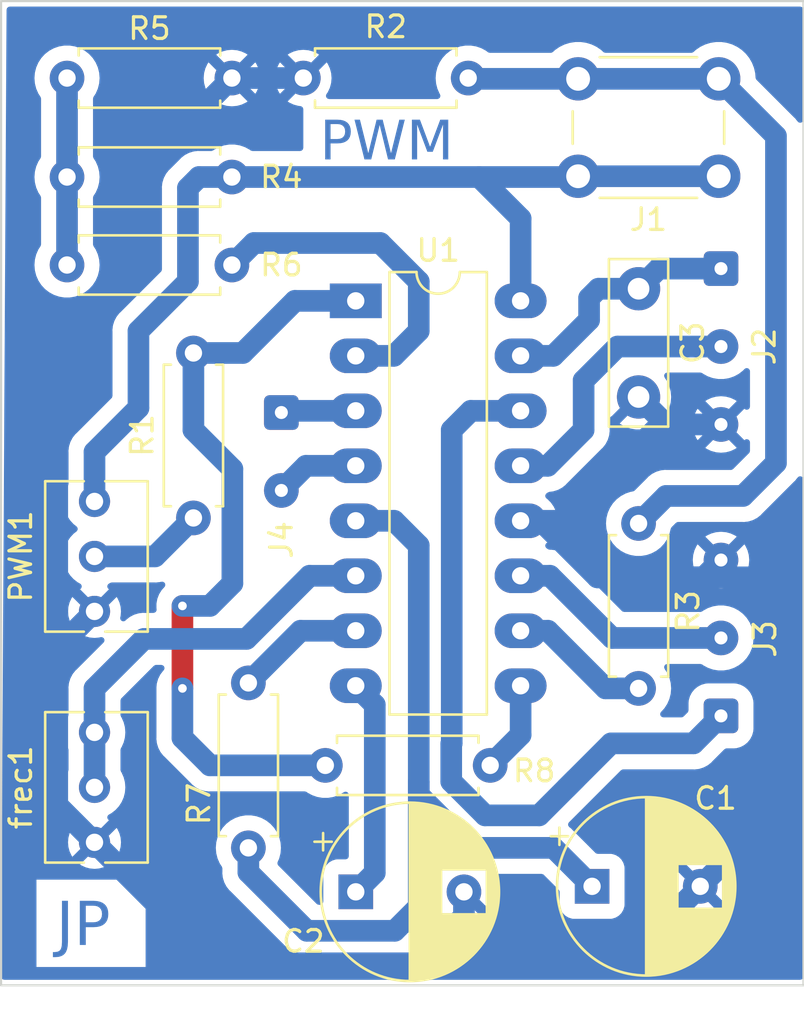
<source format=kicad_pcb>
(kicad_pcb (version 20221018) (generator pcbnew)
  (layers (0 "F.Cu" signal) (31 "B.Cu" signal) (34 "B.Paste" user) (35 "F.Paste" user) (36 "B.SilkS" user "B.Silkscreen") (37 "F.SilkS" user "F.Silkscreen") (38 "B.Mask" user) (39 "F.Mask" user) (44 "Edge.Cuts" user))
  (net 0 "")
  (net 1 "Net-(U1-CT)")
  (net 2 "GND")
  (net 3 "Net-(U1-SS)")
  (net 4 "Net-(U1-RT)")
  (net 5 "Vref")
  (net 6 "Net-(J1-Pin_2)")
  (net 7 "+12V")
  (net 8 "Vc")
  (net 9 "OutA")
  (net 10 "OutB")
  (net 11 "Sync")
  (net 12 "Osc")
  (net 13 "Net-(PWM1-Pad2)")
  (net 14 "Net-(U1-INV)")
  (net 15 "Net-(U1-SD)")
  (net 16 "Net-(R4-Pad1)")
  (net 17 "Net-(U1-NI)")
  (net 18 "Net-(U1-DISCH)")
  (net 19 "Net-(U1-COMP)")
  (footprint "Resistor_THT:R_Axial_DIN0207_L6.3mm_D2.5mm_P7.62mm_Horizontal" (layer "F.Cu") (at 154.686 102.108)
    (fp_text reference "R8" (at 9.652 0.254) (layer "F.SilkS"))
    (fp_text value "1k")
    (pad "1" thru_hole circle (at 0 0) (size 1.6 1.6) (drill 0.8) (layers "*.Cu" "*.Mask") (net 14 "Net-(U1-INV)"))
    (pad "2" thru_hole oval (at 7.62 0) (size 1.6 1.6) (drill 0.8) (layers "*.Cu" "*.Mask") (net 19 "Net-(U1-COMP)"))
  )
  (footprint "Resistor_THT:R_Axial_DIN0207_L6.3mm_D2.5mm_P7.62mm_Horizontal" (layer "F.Cu") (at 151.13 98.298 -90)
    (fp_text reference "R7" (at 5.588 2.286 90) (layer "F.SilkS"))
    (fp_text value "330")
    (pad "1" thru_hole circle (at 0 0 270) (size 1.6 1.6) (drill 0.8) (layers "*.Cu" "*.Mask") (net 18 "Net-(U1-DISCH)"))
    (pad "2" thru_hole oval (at 7.62 0 270) (size 1.6 1.6) (drill 0.8) (layers "*.Cu" "*.Mask") (net 1 "Net-(U1-CT)"))
  )
  (footprint "Capacitor_THT:CP_Radial_D8.0mm_P5.00mm" (layer "F.Cu") (at 167.015349 107.696)
    (fp_text reference "C1" (at 5.704651 -4.064) (layer "F.SilkS"))
    (fp_text value "1nF")
    (pad "1" thru_hole rect (at 0 0) (size 1.6 1.6) (drill 0.8) (layers "*.Cu" "*.Mask") (net 1 "Net-(U1-CT)"))
    (pad "2" thru_hole circle (at 5 0) (size 1.6 1.6) (drill 0.8) (layers "*.Cu" "*.Mask") (net 2 "GND"))
  )
  (footprint "Resistor_THT:R_Axial_DIN0207_L6.3mm_D2.5mm_P7.62mm_Horizontal" (layer "F.Cu") (at 169.164 90.932 -90)
    (fp_text reference "R3" (at 4.064 -2.286 90) (layer "F.SilkS"))
    (fp_text value "5k")
    (pad "1" thru_hole circle (at 0 0 270) (size 1.6 1.6) (drill 0.8) (layers "*.Cu" "*.Mask") (net 6 "Net-(J1-Pin_2)"))
    (pad "2" thru_hole oval (at 7.62 0 270) (size 1.6 1.6) (drill 0.8) (layers "*.Cu" "*.Mask") (net 15 "Net-(U1-SD)"))
  )
  (footprint "Connector_Wire:SolderWire-0.1sqmm_1x03_P3.6mm_D0.4mm_OD1mm" (layer "F.Cu") (at 172.974 99.822 90)
    (fp_text reference "J3" (at 3.556 2.032 90) (layer "F.SilkS"))
    (fp_text value "Conn_01x03")
    (pad "1" thru_hole roundrect (at 0 0 90) (size 1.6 1.6) (drill 0.6) (layers "*.Cu" "*.Mask") (roundrect_rratio 0.15625) (net 10 "OutB"))
    (pad "2" thru_hole circle (at 3.6 0 90) (size 1.6 1.6) (drill 0.6) (layers "*.Cu" "*.Mask") (net 9 "OutA"))
    (pad "3" thru_hole circle (at 7.2 0 90) (size 1.6 1.6) (drill 0.6) (layers "*.Cu" "*.Mask") (net 2 "GND"))
  )
  (footprint "Resistor_THT:R_Axial_DIN0207_L6.3mm_D2.5mm_P7.62mm_Horizontal" (layer "F.Cu") (at 148.59 90.678 90)
    (fp_text reference "R1" (at 3.81 -2.37 90) (layer "F.SilkS"))
    (fp_text value "1k")
    (pad "1" thru_hole circle (at 0 0 90) (size 1.6 1.6) (drill 0.8) (layers "*.Cu" "*.Mask") (net 13 "Net-(PWM1-Pad2)"))
    (pad "2" thru_hole oval (at 7.62 0 90) (size 1.6 1.6) (drill 0.8) (layers "*.Cu" "*.Mask") (net 14 "Net-(U1-INV)"))
  )
  (footprint "Capacitor_THT:CP_Radial_D8.0mm_P5.00mm" (layer "F.Cu") (at 156.093349 107.95)
    (fp_text reference "C2" (at -2.423349 2.286) (layer "F.SilkS"))
    (fp_text value "10uF")
    (pad "1" thru_hole rect (at 0 0) (size 1.6 1.6) (drill 0.8) (layers "*.Cu" "*.Mask") (net 3 "Net-(U1-SS)"))
    (pad "2" thru_hole circle (at 5 0) (size 1.6 1.6) (drill 0.8) (layers "*.Cu" "*.Mask") (net 2 "GND"))
  )
  (footprint "Connector_Wire:SolderWire-0.1sqmm_1x03_P3.6mm_D0.4mm_OD1mm" (layer "F.Cu") (at 172.974 79.16 -90)
    (fp_text reference "J2" (at 3.6 -2 90) (layer "F.SilkS"))
    (fp_text value "Conn_01x03")
    (pad "1" thru_hole roundrect (at 0 0 270) (size 1.6 1.6) (drill 0.6) (layers "*.Cu" "*.Mask") (roundrect_rratio 0.15625) (net 7 "+12V"))
    (pad "2" thru_hole circle (at 3.6 0 270) (size 1.6 1.6) (drill 0.6) (layers "*.Cu" "*.Mask") (net 8 "Vc"))
    (pad "3" thru_hole circle (at 7.2 0 270) (size 1.6 1.6) (drill 0.6) (layers "*.Cu" "*.Mask") (net 2 "GND"))
  )
  (footprint "Capacitor_THT:C_Disc_D7.5mm_W2.5mm_P5.00mm" (layer "F.Cu") (at 169.164 80.09 -90)
    (fp_text reference "C3" (at 2.5 -2.5 90) (layer "F.SilkS"))
    (fp_text value "0.1uF")
    (pad "1" thru_hole circle (at 0 0 270) (size 2 2) (drill 1) (layers "*.Cu" "*.Mask") (net 7 "+12V"))
    (pad "2" thru_hole circle (at 5 0 270) (size 2 2) (drill 1) (layers "*.Cu" "*.Mask") (net 2 "GND"))
  )
  (footprint "Resistor_THT:R_Axial_DIN0207_L6.3mm_D2.5mm_P7.62mm_Horizontal" (layer "F.Cu") (at 153.67 70.358)
    (fp_text reference "R2" (at 3.81 -2.37) (layer "F.SilkS"))
    (fp_text value "5k")
    (pad "1" thru_hole circle (at 0 0) (size 1.6 1.6) (drill 0.8) (layers "*.Cu" "*.Mask") (net 2 "GND"))
    (pad "2" thru_hole oval (at 7.62 0) (size 1.6 1.6) (drill 0.8) (layers "*.Cu" "*.Mask") (net 6 "Net-(J1-Pin_2)"))
  )
  (footprint "Resistor_THT:R_Axial_DIN0207_L6.3mm_D2.5mm_P7.62mm_Horizontal" (layer "F.Cu") (at 142.748 78.994)
    (fp_text reference "R6" (at 9.906 0) (layer "F.SilkS"))
    (fp_text value "1k")
    (pad "1" thru_hole circle (at 0 0) (size 1.6 1.6) (drill 0.8) (layers "*.Cu" "*.Mask") (net 16 "Net-(R4-Pad1)"))
    (pad "2" thru_hole oval (at 7.62 0) (size 1.6 1.6) (drill 0.8) (layers "*.Cu" "*.Mask") (net 17 "Net-(U1-NI)"))
  )
  (footprint "Potentiometer_THT:Potentiometer_Bourns_3266Y_Vertical" (layer "F.Cu") (at 144.018 89.916 90)
    (fp_text reference "PWM1" (at -2.54 -3.41 90) (layer "F.SilkS"))
    (fp_text value "10k")
    (pad "1" thru_hole circle (at 0 0 90) (size 1.44 1.44) (drill 0.8) (layers "*.Cu" "*.Mask") (net 5 "Vref"))
    (pad "2" thru_hole circle (at -2.54 0 90) (size 1.44 1.44) (drill 0.8) (layers "*.Cu" "*.Mask") (net 13 "Net-(PWM1-Pad2)"))
    (pad "3" thru_hole circle (at -5.08 0 90) (size 1.44 1.44) (drill 0.8) (layers "*.Cu" "*.Mask") (net 2 "GND"))
  )
  (footprint "Package_DIP:DIP-16_W7.62mm_LongPads" (layer "F.Cu") (at 156.092 80.65)
    (fp_text reference "U1" (at 3.81 -2.33) (layer "F.SilkS"))
    (fp_text value "UC3525")
    (pad "1" thru_hole rect (at 0 0) (size 2.4 1.6) (drill 0.8) (layers "*.Cu" "*.Mask") (net 14 "Net-(U1-INV)"))
    (pad "2" thru_hole oval (at 0 2.54) (size 2.4 1.6) (drill 0.8) (layers "*.Cu" "*.Mask") (net 17 "Net-(U1-NI)"))
    (pad "3" thru_hole oval (at 0 5.08) (size 2.4 1.6) (drill 0.8) (layers "*.Cu" "*.Mask") (net 11 "Sync"))
    (pad "4" thru_hole oval (at 0 7.62) (size 2.4 1.6) (drill 0.8) (layers "*.Cu" "*.Mask") (net 12 "Osc"))
    (pad "5" thru_hole oval (at 0 10.16) (size 2.4 1.6) (drill 0.8) (layers "*.Cu" "*.Mask") (net 1 "Net-(U1-CT)"))
    (pad "6" thru_hole oval (at 0 12.7) (size 2.4 1.6) (drill 0.8) (layers "*.Cu" "*.Mask") (net 4 "Net-(U1-RT)"))
    (pad "7" thru_hole oval (at 0 15.24) (size 2.4 1.6) (drill 0.8) (layers "*.Cu" "*.Mask") (net 18 "Net-(U1-DISCH)"))
    (pad "8" thru_hole oval (at 0 17.78) (size 2.4 1.6) (drill 0.8) (layers "*.Cu" "*.Mask") (net 3 "Net-(U1-SS)"))
    (pad "9" thru_hole oval (at 7.62 17.78) (size 2.4 1.6) (drill 0.8) (layers "*.Cu" "*.Mask") (net 19 "Net-(U1-COMP)"))
    (pad "10" thru_hole oval (at 7.62 15.24) (size 2.4 1.6) (drill 0.8) (layers "*.Cu" "*.Mask") (net 15 "Net-(U1-SD)"))
    (pad "11" thru_hole oval (at 7.62 12.7) (size 2.4 1.6) (drill 0.8) (layers "*.Cu" "*.Mask") (net 9 "OutA"))
    (pad "12" thru_hole oval (at 7.62 10.16) (size 2.4 1.6) (drill 0.8) (layers "*.Cu" "*.Mask") (net 2 "GND"))
    (pad "13" thru_hole oval (at 7.62 7.62) (size 2.4 1.6) (drill 0.8) (layers "*.Cu" "*.Mask") (net 8 "Vc"))
    (pad "14" thru_hole oval (at 7.62 5.08) (size 2.4 1.6) (drill 0.8) (layers "*.Cu" "*.Mask") (net 10 "OutB"))
    (pad "15" thru_hole oval (at 7.62 2.54) (size 2.4 1.6) (drill 0.8) (layers "*.Cu" "*.Mask") (net 7 "+12V"))
    (pad "16" thru_hole oval (at 7.62 0) (size 2.4 1.6) (drill 0.8) (layers "*.Cu" "*.Mask") (net 5 "Vref"))
  )
  (footprint "Button_Switch_THT:SW_PUSH_6mm_H9.5mm" (layer "F.Cu") (at 172.87 74.894 180)
    (fp_text reference "J1" (at 3.25 -2) (layer "F.SilkS"))
    (fp_text value "shutdown")
    (pad "1" thru_hole circle (at 0 0 270) (size 2 2) (drill 1.1) (layers "*.Cu" "*.Mask") (net 5 "Vref"))
    (pad "1" thru_hole circle (at 6.5 0 270) (size 2 2) (drill 1.1) (layers "*.Cu" "*.Mask") (net 5 "Vref"))
    (pad "2" thru_hole circle (at 0 4.5 270) (size 2 2) (drill 1.1) (layers "*.Cu" "*.Mask") (net 6 "Net-(J1-Pin_2)"))
    (pad "2" thru_hole circle (at 6.5 4.5 270) (size 2 2) (drill 1.1) (layers "*.Cu" "*.Mask") (net 6 "Net-(J1-Pin_2)"))
  )
  (footprint "Potentiometer_THT:Potentiometer_Bourns_3266Y_Vertical" (layer "F.Cu") (at 144.018 100.584 90)
    (fp_text reference "frec1" (at -2.54 -3.41 90) (layer "F.SilkS"))
    (fp_text value "150k")
    (pad "1" thru_hole circle (at 0 0 90) (size 1.44 1.44) (drill 0.8) (layers "*.Cu" "*.Mask") (net 4 "Net-(U1-RT)"))
    (pad "2" thru_hole circle (at -2.54 0 90) (size 1.44 1.44) (drill 0.8) (layers "*.Cu" "*.Mask") (net 4 "Net-(U1-RT)"))
    (pad "3" thru_hole circle (at -5.08 0 90) (size 1.44 1.44) (drill 0.8) (layers "*.Cu" "*.Mask") (net 2 "GND"))
  )
  (footprint "Resistor_THT:R_Axial_DIN0207_L6.3mm_D2.5mm_P7.62mm_Horizontal" (layer "F.Cu") (at 150.368 70.358 180)
    (fp_text reference "R5" (at 3.81 2.286) (layer "F.SilkS"))
    (fp_text value "10k")
    (pad "1" thru_hole circle (at 0 0 180) (size 1.6 1.6) (drill 0.8) (layers "*.Cu" "*.Mask") (net 2 "GND"))
    (pad "2" thru_hole oval (at 7.62 0 180) (size 1.6 1.6) (drill 0.8) (layers "*.Cu" "*.Mask") (net 16 "Net-(R4-Pad1)"))
  )
  (footprint "Connector_Wire:SolderWire-0.1sqmm_1x02_P3.6mm_D0.4mm_OD1mm" (layer "F.Cu") (at 152.654 85.808 -90)
    (fp_text reference "J4" (at 5.886 0 90) (layer "F.SilkS"))
    (fp_text value "Conn_01x02")
    (pad "1" thru_hole roundrect (at 0 0 270) (size 1.6 1.6) (drill 0.6) (layers "*.Cu" "*.Mask") (roundrect_rratio 0.15625) (net 11 "Sync"))
    (pad "2" thru_hole circle (at 3.6 0 270) (size 1.6 1.6) (drill 0.6) (layers "*.Cu" "*.Mask") (net 12 "Osc"))
  )
  (footprint "Resistor_THT:R_Axial_DIN0207_L6.3mm_D2.5mm_P7.62mm_Horizontal" (layer "F.Cu") (at 142.748 74.93)
    (fp_text reference "R4" (at 9.906 0) (layer "F.SilkS"))
    (fp_text value "10k")
    (pad "1" thru_hole circle (at 0 0) (size 1.6 1.6) (drill 0.8) (layers "*.Cu" "*.Mask") (net 16 "Net-(R4-Pad1)"))
    (pad "2" thru_hole oval (at 7.62 0) (size 1.6 1.6) (drill 0.8) (layers "*.Cu" "*.Mask") (net 5 "Vref"))
  )
  (gr_rect (start 139.7 66.802) (end 176.784 112.268) (stroke (width 0.1)) (fill none) (layer "Edge.Cuts"))
  (gr_text "JP\n" (at 142.24 110.744) (layer "B.Cu") (effects (font (size 2 2)) (justify left bottom)))
  (gr_text "PWM " (at 154.432 74.422) (layer "B.Cu") (effects (font (size 1.8 1.8)) (justify left bottom)))
  (segment (start 159.004 103.472905) (end 161.449095 105.918) (width 1) (layer "B.Cu") (net 1))
  (segment (start 159.004 108.639349) (end 159.004 102.87) (width 1) (layer "B.Cu") (net 1))
  (segment (start 157.866 90.81) (end 159.004 91.948) (width 1) (layer "B.Cu") (net 1))
  (segment (start 156.092 90.81) (end 157.866 90.81) (width 1) (layer "B.Cu") (net 1))
  (segment (start 151.13 105.918) (end 151.13 107.04937) (width 1) (layer "B.Cu") (net 1))
  (segment (start 159.004 91.948) (end 159.004 102.87) (width 1) (layer "B.Cu") (net 1))
  (segment (start 157.893349 109.75) (end 159.004 108.639349) (width 1) (layer "B.Cu") (net 1))
  (segment (start 151.13 107.04937) (end 153.83063 109.75) (width 1) (layer "B.Cu") (net 1))
  (segment (start 165.237349 105.918) (end 167.015349 107.696) (width 1) (layer "B.Cu") (net 1))
  (segment (start 161.449095 105.918) (end 165.237349 105.918) (width 1) (layer "B.Cu") (net 1))
  (segment (start 153.83063 109.75) (end 157.893349 109.75) (width 1) (layer "B.Cu") (net 1))
  (segment (start 159.004 102.87) (end 159.004 103.472905) (width 1) (layer "B.Cu") (net 1))
  (segment (start 161.093349 107.95) (end 161.093349 109.08137) (width 1) (layer "B.Cu") (net 2))
  (segment (start 145.796 79.502) (end 142.2959 83.0021) (width 1) (layer "B.Cu") (net 2))
  (segment (start 142.2959 103.9419) (end 144.018 105.664) (width 1) (layer "B.Cu") (net 2))
  (segment (start 172.174001 93.421999) (end 167.260639 93.421999) (width 1) (layer "B.Cu") (net 2))
  (segment (start 169.164 85.09) (end 170.174415 86.100415) (width 1) (layer "B.Cu") (net 2))
  (segment (start 174.701999 93.421999) (end 167.260639 93.421999) (width 1) (layer "B.Cu") (net 2))
  (segment (start 158.922719 111.252) (end 155.448 111.252) (width 1) (layer "B.Cu") (net 2))
  (segment (start 153.67 70.358) (end 150.368 70.358) (width 1) (layer "B.Cu") (net 2))
  (segment (start 164.64864 90.81) (end 163.712 90.81) (width 1) (layer "B.Cu") (net 2))
  (segment (start 145.796 74.93) (end 145.796 79.502) (width 1) (layer "B.Cu") (net 2))
  (segment (start 161.093349 109.08137) (end 158.922719 111.252) (width 1) (layer "B.Cu") (net 2))
  (segment (start 172.974 92.622) (end 172.174001 93.421999) (width 1) (layer "B.Cu") (net 2))
  (segment (start 175.514 94.234) (end 174.701999 93.421999) (width 1) (layer "B.Cu") (net 2))
  (segment (start 142.2959 96.7181) (end 144.018 94.996) (width 1) (layer "B.Cu") (net 2))
  (segment (start 167.260639 93.421999) (end 164.64864 90.81) (width 1) (layer "B.Cu") (net 2))
  (segment (start 165.724415 90.81) (end 163.712 90.81) (width 1) (layer "B.Cu") (net 2))
  (segment (start 142.2959 97.79) (end 142.2959 96.7181) (width 1) (layer "B.Cu") (net 2))
  (segment (start 175.514 104.197349) (end 175.514 94.234) (width 1) (layer "B.Cu") (net 2))
  (segment (start 150.368 70.358) (end 145.796 74.93) (width 1) (layer "B.Cu") (net 2))
  (segment (start 168.459349 111.252) (end 155.448 111.252) (width 1) (layer "B.Cu") (net 2))
  (segment (start 172.015349 107.696) (end 168.459349 111.252) (width 1) (layer "B.Cu") (net 2))
  (segment (start 172.974 86.36) (end 170.174415 86.36) (width 1) (layer "B.Cu") (net 2))
  (segment (start 142.2959 103.9419) (end 142.2959 97.79) (width 1) (layer "B.Cu") (net 2))
  (segment (start 155.448 111.252) (end 149.606 111.252) (width 1) (layer "B.Cu") (net 2))
  (segment (start 172.015349 107.696) (end 175.514 104.197349) (width 1) (layer "B.Cu") (net 2))
  (segment (start 170.174415 86.100415) (end 170.174415 86.36) (width 1) (layer "B.Cu") (net 2))
  (segment (start 149.606 111.252) (end 144.018 105.664) (width 1) (layer "B.Cu") (net 2))
  (segment (start 170.174415 86.36) (end 165.724415 90.81) (width 1) (layer "B.Cu") (net 2))
  (segment (start 142.2959 83.0021) (end 142.2959 97.79) (width 1) (layer "B.Cu") (net 2))
  (segment (start 156.972 99.31) (end 156.092 98.43) (width 1) (layer "B.Cu") (net 3))
  (segment (start 156.093349 107.95) (end 156.972 107.071349) (width 1) (layer "B.Cu") (net 3))
  (segment (start 156.972 107.071349) (end 156.972 99.31) (width 1) (layer "B.Cu") (net 3))
  (segment (start 144.018 98.552) (end 146.304 96.266) (width 1) (layer "B.Cu") (net 4))
  (segment (start 153.95668 93.35) (end 156.092 93.35) (width 1) (layer "B.Cu") (net 4))
  (segment (start 144.018 103.124) (end 144.018 100.584) (width 1) (layer "B.Cu") (net 4))
  (segment (start 146.304 96.266) (end 151.04068 96.266) (width 1) (layer "B.Cu") (net 4))
  (segment (start 151.04068 96.266) (end 153.95668 93.35) (width 1) (layer "B.Cu") (net 4))
  (segment (start 144.018 100.584) (end 144.018 98.552) (width 1) (layer "B.Cu") (net 4))
  (segment (start 166.334 74.93) (end 166.37 74.894) (width 1) (layer "B.Cu") (net 5))
  (segment (start 144.018 89.916) (end 144.018 87.63) (width 1) (layer "B.Cu") (net 5))
  (segment (start 148.336 75.438) (end 148.844 74.93) (width 1) (layer "B.Cu") (net 5))
  (segment (start 148.336 79.756) (end 148.336 75.438) (width 1) (layer "B.Cu") (net 5))
  (segment (start 146.05 85.598) (end 146.05 82.042) (width 1) (layer "B.Cu") (net 5))
  (segment (start 163.712 76.844) (end 161.798 74.93) (width 1) (layer "B.Cu") (net 5))
  (segment (start 144.018 87.63) (end 146.05 85.598) (width 1) (layer "B.Cu") (net 5))
  (segment (start 148.844 74.93) (end 150.368 74.93) (width 1) (layer "B.Cu") (net 5))
  (segment (start 150.368 74.93) (end 161.798 74.93) (width 1) (layer "B.Cu") (net 5))
  (segment (start 163.712 80.65) (end 163.712 76.844) (width 1) (layer "B.Cu") (net 5))
  (segment (start 161.798 74.93) (end 166.334 74.93) (width 1) (layer "B.Cu") (net 5))
  (segment (start 172.87 74.894) (end 166.37 74.894) (width 1) (layer "B.Cu") (net 5))
  (segment (start 146.05 82.042) (end 148.336 79.756) (width 1) (layer "B.Cu") (net 5))
  (segment (start 173.99 89.662) (end 170.434 89.662) (width 1) (layer "B.Cu") (net 6))
  (segment (start 166.37 70.394) (end 161.326 70.394) (width 1) (layer "B.Cu") (net 6))
  (segment (start 175.514 73.038) (end 175.514 88.138) (width 1) (layer "B.Cu") (net 6))
  (segment (start 170.434 89.662) (end 169.164 90.932) (width 1) (layer "B.Cu") (net 6))
  (segment (start 161.326 70.394) (end 161.29 70.358) (width 1) (layer "B.Cu") (net 6))
  (segment (start 175.514 88.138) (end 173.99 89.662) (width 1) (layer "B.Cu") (net 6))
  (segment (start 172.87 70.394) (end 175.514 73.038) (width 1) (layer "B.Cu") (net 6))
  (segment (start 172.87 70.394) (end 166.37 70.394) (width 1) (layer "B.Cu") (net 6))
  (segment (start 172.974 79.16) (end 170.094 79.16) (width 1) (layer "B.Cu") (net 7))
  (segment (start 166.878 81.534) (end 166.878 80.518) (width 1) (layer "B.Cu") (net 7))
  (segment (start 165.222 83.19) (end 166.878 81.534) (width 1) (layer "B.Cu") (net 7))
  (segment (start 163.712 83.19) (end 165.222 83.19) (width 1) (layer "B.Cu") (net 7))
  (segment (start 166.878 80.518) (end 167.306 80.09) (width 1) (layer "B.Cu") (net 7))
  (segment (start 170.094 79.16) (end 169.164 80.09) (width 1) (layer "B.Cu") (net 7))
  (segment (start 172.886 79.248) (end 172.974 79.16) (width 1) (layer "B.Cu") (net 7))
  (segment (start 167.306 80.09) (end 169.164 80.09) (width 1) (layer "B.Cu") (net 7))
  (segment (start 164.968 88.27) (end 166.624 86.614) (width 1) (layer "B.Cu") (net 8))
  (segment (start 166.624 84.328) (end 168.192 82.76) (width 1) (layer "B.Cu") (net 8))
  (segment (start 163.712 88.27) (end 164.968 88.27) (width 1) (layer "B.Cu") (net 8))
  (segment (start 166.624 86.614) (end 166.624 84.328) (width 1) (layer "B.Cu") (net 8))
  (segment (start 168.192 82.76) (end 172.974 82.76) (width 1) (layer "B.Cu") (net 8))
  (segment (start 167.93932 96.222) (end 172.974 96.222) (width 1) (layer "B.Cu") (net 9))
  (segment (start 165.06732 93.35) (end 167.93932 96.222) (width 1) (layer "B.Cu") (net 9))
  (segment (start 163.712 93.35) (end 165.06732 93.35) (width 1) (layer "B.Cu") (net 9))
  (segment (start 163.712 85.73) (end 161.412 85.73) (width 1) (layer "B.Cu") (net 10))
  (segment (start 171.704 101.092) (end 172.974 99.822) (width 1) (layer "B.Cu") (net 10))
  (segment (start 167.894 101.092) (end 171.704 101.092) (width 1) (layer "B.Cu") (net 10))
  (segment (start 160.528 101.092) (end 160.506 101.114) (width 1) (layer "B.Cu") (net 10))
  (segment (start 161.412 85.73) (end 160.528 86.614) (width 1) (layer "B.Cu") (net 10))
  (segment (start 160.528 86.614) (end 160.528 101.092) (width 1) (layer "B.Cu") (net 10))
  (segment (start 160.506 101.114) (end 160.506 102.853585) (width 1) (layer "B.Cu") (net 10))
  (segment (start 164.568 104.418) (end 166.243 102.743) (width 1) (layer "B.Cu") (net 10))
  (segment (start 160.506 102.853585) (end 162.070415 104.418) (width 1) (layer "B.Cu") (net 10))
  (segment (start 162.070415 104.418) (end 164.568 104.418) (width 1) (layer "B.Cu") (net 10))
  (segment (start 165.84 103.146) (end 167.894 101.092) (width 1) (layer "B.Cu") (net 10))
  (segment (start 156.092 85.73) (end 152.732 85.73) (width 1) (layer "B.Cu") (net 11))
  (segment (start 152.732 85.73) (end 152.654 85.808) (width 1) (layer "B.Cu") (net 11))
  (segment (start 153.792 88.27) (end 152.654 89.408) (width 1) (layer "B.Cu") (net 12))
  (segment (start 156.092 88.27) (end 153.792 88.27) (width 1) (layer "B.Cu") (net 12))
  (segment (start 144.018 92.456) (end 146.812 92.456) (width 1) (layer "B.Cu") (net 13))
  (segment (start 146.812 92.456) (end 148.59 90.678) (width 1) (layer "B.Cu") (net 13))
  (segment (start 148.082 98.552) (end 148.082 94.742) (width 1) (layer "F.Cu") (net 14))
  (via (at 148.082 94.742) (size 0.8) (drill 0.4) (layers "F.Cu" "B.Cu") (net 14))
  (via (at 148.082 98.552) (size 0.8) (drill 0.4) (layers "F.Cu" "B.Cu") (net 14))
  (segment (start 150.39 88.414) (end 148.59 86.614) (width 1) (layer "B.Cu") (net 14))
  (segment (start 148.59 86.614) (end 148.59 83.058) (width 1) (layer "B.Cu") (net 14))
  (segment (start 148.082 94.742) (end 149.352 94.742) (width 1) (layer "B.Cu") (net 14))
  (segment (start 154.686 102.108) (end 149.352 102.108) (width 1) (layer "B.Cu") (net 14))
  (segment (start 149.352 102.108) (end 148.082 100.838) (width 1) (layer "B.Cu") (net 14))
  (segment (start 150.876 83.058) (end 153.284 80.65) (width 1) (layer "B.Cu") (net 14))
  (segment (start 148.082 100.838) (end 148.082 98.552) (width 1) (layer "B.Cu") (net 14))
  (segment (start 150.39 93.704) (end 150.39 88.414) (width 1) (layer "B.Cu") (net 14))
  (segment (start 149.352 94.742) (end 150.39 93.704) (width 1) (layer "B.Cu") (net 14))
  (segment (start 148.59 83.058) (end 150.876 83.058) (width 1) (layer "B.Cu") (net 14))
  (segment (start 153.284 80.65) (end 156.092 80.65) (width 1) (layer "B.Cu") (net 14))
  (segment (start 164.978 95.89) (end 167.64 98.552) (width 1) (layer "B.Cu") (net 15))
  (segment (start 167.64 98.552) (end 169.164 98.552) (width 1) (layer "B.Cu") (net 15))
  (segment (start 163.712 95.89) (end 164.978 95.89) (width 1) (layer "B.Cu") (net 15))
  (segment (start 142.748 70.358) (end 142.748 74.93) (width 1) (layer "B.Cu") (net 16))
  (segment (start 142.748 78.994) (end 142.748 74.93) (width 1) (layer "B.Cu") (net 16))
  (segment (start 150.368 78.994) (end 151.384 77.978) (width 1) (layer "B.Cu") (net 17))
  (segment (start 151.384 77.978) (end 157.226 77.978) (width 1) (layer "B.Cu") (net 17))
  (segment (start 157.856 83.19) (end 156.092 83.19) (width 1) (layer "B.Cu") (net 17))
  (segment (start 159.004 79.756) (end 159.004 82.042) (width 1) (layer "B.Cu") (net 17))
  (segment (start 157.226 77.978) (end 159.004 79.756) (width 1) (layer "B.Cu") (net 17))
  (segment (start 159.004 82.042) (end 157.856 83.19) (width 1) (layer "B.Cu") (net 17))
  (segment (start 156.092 95.89) (end 153.538 95.89) (width 1) (layer "B.Cu") (net 18))
  (segment (start 153.538 95.89) (end 151.13 98.298) (width 1) (layer "B.Cu") (net 18))
  (segment (start 163.712 98.43) (end 163.712 100.702) (width 1) (layer "B.Cu") (net 19))
  (segment (start 163.712 100.702) (end 162.306 102.108) (width 1) (layer "B.Cu") (net 19))
  (zone (net 2) (net_name "GND") (layer "B.Cu") (connect_pads (clearance 0.7)) (min_thickness 0.3) (fill yes (thermal_gap 0.5) (thermal_bridge_width 0.5))
    (polygon (pts (xy 139.954 67.056) (xy 176.784 67.056) (xy 176.784 112.014) (xy 139.7 112.014)))
  )
)
</source>
